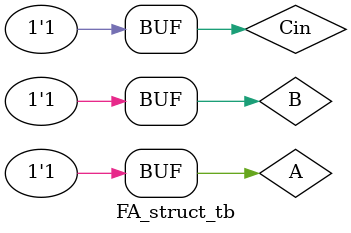
<source format=v>
`timescale 10ns/ 10ps 
module FA_struct_tb(); 
reg A,B,Cin; 
wire S,Cout;  
FA_struct tb( 
 .A(A),
 .B(B), 
 .Cin(Cin), 
 .S(S), 
 .Cout(Cout)  
 ); 
  
 initial 
 begin 
$monitor($time, "A=%b, B=%b, Cin=%b, S=%b, Cout=%b \n", A,B,Cin,S,Cout); end 
initial begin 
 A = 0; 
 B = 0; 
 Cin = 0; 
 #10; 
 A = 0; 
 B = 0; 
 Cin = 1; 
 #10;  
 A = 0; 
 B = 1; 
 Cin = 0; 
 #10; 
 A = 0; 
 B = 1; 
 Cin = 1; 
 #10; 
 A = 1; 
 B = 0; 
 Cin = 0;
 #10; 
 A = 1; 
 B = 0; 
 Cin = 1; 
 #10; 
 A = 1; 
 B = 1; 
 Cin = 0; 
 #10;  
 A = 1; 
 B = 1; 
 Cin = 1; 
 #10;  
 end 
  
endmodule 

</source>
